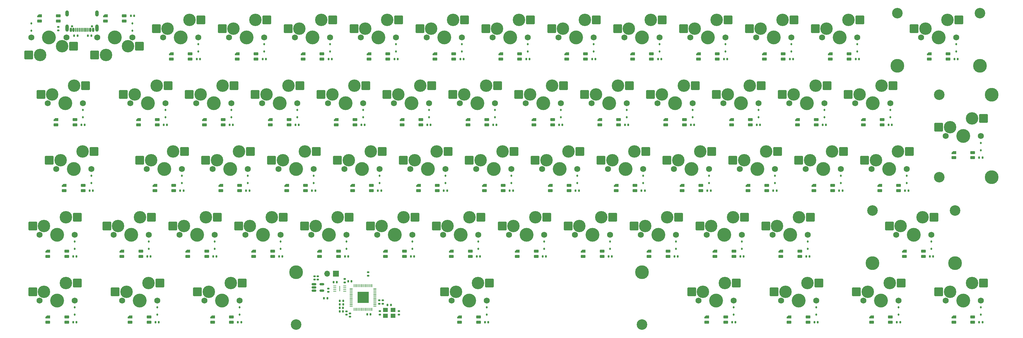
<source format=gbr>
%TF.GenerationSoftware,KiCad,Pcbnew,8.0.3*%
%TF.CreationDate,2024-10-13T01:02:16+08:00*%
%TF.ProjectId,PH60_Rev3,50483630-5f52-4657-9633-2e6b69636164,rev?*%
%TF.SameCoordinates,Original*%
%TF.FileFunction,Soldermask,Bot*%
%TF.FilePolarity,Negative*%
%FSLAX46Y46*%
G04 Gerber Fmt 4.6, Leading zero omitted, Abs format (unit mm)*
G04 Created by KiCad (PCBNEW 8.0.3) date 2024-10-13 01:02:16*
%MOMM*%
%LPD*%
G01*
G04 APERTURE LIST*
G04 Aperture macros list*
%AMRoundRect*
0 Rectangle with rounded corners*
0 $1 Rounding radius*
0 $2 $3 $4 $5 $6 $7 $8 $9 X,Y pos of 4 corners*
0 Add a 4 corners polygon primitive as box body*
4,1,4,$2,$3,$4,$5,$6,$7,$8,$9,$2,$3,0*
0 Add four circle primitives for the rounded corners*
1,1,$1+$1,$2,$3*
1,1,$1+$1,$4,$5*
1,1,$1+$1,$6,$7*
1,1,$1+$1,$8,$9*
0 Add four rect primitives between the rounded corners*
20,1,$1+$1,$2,$3,$4,$5,0*
20,1,$1+$1,$4,$5,$6,$7,0*
20,1,$1+$1,$6,$7,$8,$9,0*
20,1,$1+$1,$8,$9,$2,$3,0*%
%AMFreePoly0*
4,1,18,-0.410000,0.593000,-0.403758,0.624380,-0.385983,0.650983,-0.359380,0.668758,-0.328000,0.675000,0.328000,0.675000,0.359380,0.668758,0.385983,0.650983,0.403758,0.624380,0.410000,0.593000,0.410000,-0.593000,0.403758,-0.624380,0.385983,-0.650983,0.359380,-0.668758,0.328000,-0.675000,0.000000,-0.675000,-0.410000,-0.265000,-0.410000,0.593000,-0.410000,0.593000,$1*%
G04 Aperture macros list end*
%ADD10RoundRect,0.250000X-1.025000X-1.000000X1.025000X-1.000000X1.025000X1.000000X-1.025000X1.000000X0*%
%ADD11C,1.750000*%
%ADD12C,4.000000*%
%ADD13C,3.600000*%
%ADD14RoundRect,0.250000X1.025000X1.000000X-1.025000X1.000000X-1.025000X-1.000000X1.025000X-1.000000X0*%
%ADD15C,3.048000*%
%ADD16C,3.987800*%
%ADD17RoundRect,0.140000X-0.140000X-0.170000X0.140000X-0.170000X0.140000X0.170000X-0.140000X0.170000X0*%
%ADD18RoundRect,0.112500X0.112500X-0.187500X0.112500X0.187500X-0.112500X0.187500X-0.112500X-0.187500X0*%
%ADD19RoundRect,0.082000X-0.593000X0.328000X-0.593000X-0.328000X0.593000X-0.328000X0.593000X0.328000X0*%
%ADD20FreePoly0,270.000000*%
%ADD21RoundRect,0.140000X-0.170000X0.140000X-0.170000X-0.140000X0.170000X-0.140000X0.170000X0.140000X0*%
%ADD22RoundRect,0.140000X0.140000X0.170000X-0.140000X0.170000X-0.140000X-0.170000X0.140000X-0.170000X0*%
%ADD23RoundRect,0.140000X0.170000X-0.140000X0.170000X0.140000X-0.170000X0.140000X-0.170000X-0.140000X0*%
%ADD24RoundRect,0.050000X-0.050000X0.387500X-0.050000X-0.387500X0.050000X-0.387500X0.050000X0.387500X0*%
%ADD25RoundRect,0.050000X-0.387500X0.050000X-0.387500X-0.050000X0.387500X-0.050000X0.387500X0.050000X0*%
%ADD26R,3.200000X3.200000*%
%ADD27RoundRect,0.135000X-0.135000X-0.185000X0.135000X-0.185000X0.135000X0.185000X-0.135000X0.185000X0*%
%ADD28RoundRect,0.112500X-0.112500X0.187500X-0.112500X-0.187500X0.112500X-0.187500X0.112500X0.187500X0*%
%ADD29RoundRect,0.135000X0.135000X0.185000X-0.135000X0.185000X-0.135000X-0.185000X0.135000X-0.185000X0*%
%ADD30R,1.700000X1.700000*%
%ADD31O,1.700000X1.700000*%
%ADD32RoundRect,0.062500X0.387500X0.062500X-0.387500X0.062500X-0.387500X-0.062500X0.387500X-0.062500X0*%
%ADD33R,0.200000X1.600000*%
%ADD34RoundRect,0.135000X-0.185000X0.135000X-0.185000X-0.135000X0.185000X-0.135000X0.185000X0.135000X0*%
%ADD35C,0.650000*%
%ADD36RoundRect,0.150000X-0.150000X-0.425000X0.150000X-0.425000X0.150000X0.425000X-0.150000X0.425000X0*%
%ADD37RoundRect,0.075000X-0.075000X-0.500000X0.075000X-0.500000X0.075000X0.500000X-0.075000X0.500000X0*%
%ADD38O,1.000000X1.800000*%
%ADD39O,1.000000X2.100000*%
%ADD40RoundRect,0.150000X-0.512500X-0.150000X0.512500X-0.150000X0.512500X0.150000X-0.512500X0.150000X0*%
%ADD41R,1.400000X1.200000*%
G04 APERTURE END LIST*
D10*
%TO.C,S30*%
X64352500Y-73660000D03*
D11*
X66357500Y-76200000D03*
D12*
X71437500Y-76200000D03*
D11*
X76517500Y-76200000D03*
D10*
X77279500Y-71120000D03*
D13*
X67627500Y-73660000D03*
X73977500Y-71120000D03*
%TD*%
D10*
%TO.C,S27*%
X269140000Y-54610000D03*
D11*
X271145000Y-57150000D03*
D12*
X276225000Y-57150000D03*
D11*
X281305000Y-57150000D03*
D10*
X282067000Y-52070000D03*
D13*
X272415000Y-54610000D03*
X278765000Y-52070000D03*
%TD*%
D10*
%TO.C,S42*%
X33396250Y-92710000D03*
D11*
X35401250Y-95250000D03*
D12*
X40481250Y-95250000D03*
D11*
X45561250Y-95250000D03*
D10*
X46323250Y-90170000D03*
D13*
X36671250Y-92710000D03*
X43021250Y-90170000D03*
%TD*%
D10*
%TO.C,S32*%
X102452500Y-73660000D03*
D11*
X104457500Y-76200000D03*
D12*
X109537500Y-76200000D03*
D11*
X114617500Y-76200000D03*
D10*
X115379500Y-71120000D03*
D13*
X105727500Y-73660000D03*
X112077500Y-71120000D03*
%TD*%
D10*
%TO.C,S38*%
X216752500Y-73660000D03*
D11*
X218757500Y-76200000D03*
D12*
X223837500Y-76200000D03*
D11*
X228917500Y-76200000D03*
D10*
X229679500Y-71120000D03*
D13*
X220027500Y-73660000D03*
X226377500Y-71120000D03*
%TD*%
D10*
%TO.C,S35*%
X159602500Y-73660000D03*
D11*
X161607500Y-76200000D03*
D12*
X166687500Y-76200000D03*
D11*
X171767500Y-76200000D03*
D10*
X172529500Y-71120000D03*
D13*
X162877500Y-73660000D03*
X169227500Y-71120000D03*
%TD*%
D10*
%TO.C,S4*%
X88165000Y-35560000D03*
D11*
X90170000Y-38100000D03*
D12*
X95250000Y-38100000D03*
D11*
X100330000Y-38100000D03*
D10*
X101092000Y-33020000D03*
D13*
X91440000Y-35560000D03*
X97790000Y-33020000D03*
%TD*%
D14*
%TO.C,S2*%
X64235000Y-40640000D03*
D11*
X62230000Y-38100000D03*
D12*
X57150000Y-38100000D03*
D11*
X52070000Y-38100000D03*
D14*
X51308000Y-43180000D03*
D13*
X60960000Y-40640000D03*
X54610000Y-43180000D03*
%TD*%
D10*
%TO.C,S22*%
X173890000Y-54610000D03*
D11*
X175895000Y-57150000D03*
D12*
X180975000Y-57150000D03*
D11*
X186055000Y-57150000D03*
D10*
X186817000Y-52070000D03*
D13*
X177165000Y-54610000D03*
X183515000Y-52070000D03*
%TD*%
D10*
%TO.C,S28*%
X295333750Y-64135000D03*
D11*
X297338750Y-66675000D03*
D12*
X302418750Y-66675000D03*
D11*
X307498750Y-66675000D03*
D10*
X308260750Y-61595000D03*
D13*
X298608750Y-64135000D03*
X304958750Y-61595000D03*
%TD*%
D10*
%TO.C,S46*%
X111977500Y-92710000D03*
D11*
X113982500Y-95250000D03*
D12*
X119062500Y-95250000D03*
D11*
X124142500Y-95250000D03*
D10*
X124904500Y-90170000D03*
D13*
X115252500Y-92710000D03*
X121602500Y-90170000D03*
%TD*%
D15*
%TO.C,REF\u002A\u002A*%
X295433750Y-78613000D03*
D16*
X310643750Y-78613000D03*
D15*
X295433750Y-54737000D03*
D16*
X310643750Y-54737000D03*
%TD*%
D14*
%TO.C,S1*%
X45185000Y-40640000D03*
D11*
X43180000Y-38100000D03*
D12*
X38100000Y-38100000D03*
D11*
X33020000Y-38100000D03*
D14*
X32258000Y-43180000D03*
D13*
X41910000Y-40640000D03*
X35560000Y-43180000D03*
%TD*%
D10*
%TO.C,S54*%
X281046250Y-92710000D03*
D11*
X283051250Y-95250000D03*
D12*
X288131250Y-95250000D03*
D11*
X293211250Y-95250000D03*
D10*
X293973250Y-90170000D03*
D13*
X284321250Y-92710000D03*
X290671250Y-90170000D03*
%TD*%
D10*
%TO.C,S10*%
X202465000Y-35560000D03*
D11*
X204470000Y-38100000D03*
D12*
X209550000Y-38100000D03*
D11*
X214630000Y-38100000D03*
D10*
X215392000Y-33020000D03*
D13*
X205740000Y-35560000D03*
X212090000Y-33020000D03*
%TD*%
D15*
%TO.C,REF\u002A\u002A*%
X283337000Y-31115000D03*
D16*
X283337000Y-46325000D03*
D15*
X307213000Y-31115000D03*
D16*
X307213000Y-46325000D03*
%TD*%
D10*
%TO.C,S34*%
X140552500Y-73660000D03*
D11*
X142557500Y-76200000D03*
D12*
X147637500Y-76200000D03*
D11*
X152717500Y-76200000D03*
D10*
X153479500Y-71120000D03*
D13*
X143827500Y-73660000D03*
X150177500Y-71120000D03*
%TD*%
D10*
%TO.C,S15*%
X35777500Y-54610000D03*
D11*
X37782500Y-57150000D03*
D12*
X42862500Y-57150000D03*
D11*
X47942500Y-57150000D03*
D10*
X48704500Y-52070000D03*
D13*
X39052500Y-54610000D03*
X45402500Y-52070000D03*
%TD*%
D10*
%TO.C,S56*%
X57208750Y-111760000D03*
D11*
X59213750Y-114300000D03*
D12*
X64293750Y-114300000D03*
D11*
X69373750Y-114300000D03*
D10*
X70135750Y-109220000D03*
D13*
X60483750Y-111760000D03*
X66833750Y-109220000D03*
%TD*%
D10*
%TO.C,S20*%
X135790000Y-54610000D03*
D11*
X137795000Y-57150000D03*
D12*
X142875000Y-57150000D03*
D11*
X147955000Y-57150000D03*
D10*
X148717000Y-52070000D03*
D13*
X139065000Y-54610000D03*
X145415000Y-52070000D03*
%TD*%
D10*
%TO.C,S17*%
X78640000Y-54610000D03*
D11*
X80645000Y-57150000D03*
D12*
X85725000Y-57150000D03*
D11*
X90805000Y-57150000D03*
D10*
X91567000Y-52070000D03*
D13*
X81915000Y-54610000D03*
X88265000Y-52070000D03*
%TD*%
D10*
%TO.C,S31*%
X83402500Y-73660000D03*
D11*
X85407500Y-76200000D03*
D12*
X90487500Y-76200000D03*
D11*
X95567500Y-76200000D03*
D10*
X96329500Y-71120000D03*
D13*
X86677500Y-73660000D03*
X93027500Y-71120000D03*
%TD*%
D15*
%TO.C,REF\u002A\u002A*%
X276193250Y-88265000D03*
D16*
X276193250Y-103475000D03*
D15*
X300069250Y-88265000D03*
D16*
X300069250Y-103475000D03*
%TD*%
D10*
%TO.C,S48*%
X150077500Y-92710000D03*
D11*
X152082500Y-95250000D03*
D12*
X157162500Y-95250000D03*
D11*
X162242500Y-95250000D03*
D10*
X163004500Y-90170000D03*
D13*
X153352500Y-92710000D03*
X159702500Y-90170000D03*
%TD*%
D10*
%TO.C,S51*%
X207227500Y-92710000D03*
D11*
X209232500Y-95250000D03*
D12*
X214312500Y-95250000D03*
D11*
X219392500Y-95250000D03*
D10*
X220154500Y-90170000D03*
D13*
X210502500Y-92710000D03*
X216852500Y-90170000D03*
%TD*%
D10*
%TO.C,S23*%
X192940000Y-54610000D03*
D11*
X194945000Y-57150000D03*
D12*
X200025000Y-57150000D03*
D11*
X205105000Y-57150000D03*
D10*
X205867000Y-52070000D03*
D13*
X196215000Y-54610000D03*
X202565000Y-52070000D03*
%TD*%
D10*
%TO.C,S50*%
X188177500Y-92710000D03*
D11*
X190182500Y-95250000D03*
D12*
X195262500Y-95250000D03*
D11*
X200342500Y-95250000D03*
D10*
X201104500Y-90170000D03*
D13*
X191452500Y-92710000D03*
X197802500Y-90170000D03*
%TD*%
D10*
%TO.C,S18*%
X97690000Y-54610000D03*
D11*
X99695000Y-57150000D03*
D12*
X104775000Y-57150000D03*
D11*
X109855000Y-57150000D03*
D10*
X110617000Y-52070000D03*
D13*
X100965000Y-54610000D03*
X107315000Y-52070000D03*
%TD*%
D10*
%TO.C,S33*%
X121502500Y-73660000D03*
D11*
X123507500Y-76200000D03*
D12*
X128587500Y-76200000D03*
D11*
X133667500Y-76200000D03*
D10*
X134429500Y-71120000D03*
D13*
X124777500Y-73660000D03*
X131127500Y-71120000D03*
%TD*%
D10*
%TO.C,S61*%
X271521250Y-111760000D03*
D11*
X273526250Y-114300000D03*
D12*
X278606250Y-114300000D03*
D11*
X283686250Y-114300000D03*
D10*
X284448250Y-109220000D03*
D13*
X274796250Y-111760000D03*
X281146250Y-109220000D03*
%TD*%
D10*
%TO.C,S16*%
X59590000Y-54610000D03*
D11*
X61595000Y-57150000D03*
D12*
X66675000Y-57150000D03*
D11*
X71755000Y-57150000D03*
D10*
X72517000Y-52070000D03*
D13*
X62865000Y-54610000D03*
X69215000Y-52070000D03*
%TD*%
D10*
%TO.C,S60*%
X247708750Y-111760000D03*
D11*
X249713750Y-114300000D03*
D12*
X254793750Y-114300000D03*
D11*
X259873750Y-114300000D03*
D10*
X260635750Y-109220000D03*
D13*
X250983750Y-111760000D03*
X257333750Y-109220000D03*
%TD*%
D10*
%TO.C,S58*%
X152458750Y-111760000D03*
D11*
X154463750Y-114300000D03*
D12*
X159543750Y-114300000D03*
D11*
X164623750Y-114300000D03*
D10*
X165385750Y-109220000D03*
D13*
X155733750Y-111760000D03*
X162083750Y-109220000D03*
%TD*%
D10*
%TO.C,S24*%
X211990000Y-54610000D03*
D11*
X213995000Y-57150000D03*
D12*
X219075000Y-57150000D03*
D11*
X224155000Y-57150000D03*
D10*
X224917000Y-52070000D03*
D13*
X215265000Y-54610000D03*
X221615000Y-52070000D03*
%TD*%
D10*
%TO.C,S29*%
X38158750Y-73660000D03*
D11*
X40163750Y-76200000D03*
D12*
X45243750Y-76200000D03*
D11*
X50323750Y-76200000D03*
D10*
X51085750Y-71120000D03*
D13*
X41433750Y-73660000D03*
X47783750Y-71120000D03*
%TD*%
D10*
%TO.C,S37*%
X197702500Y-73660000D03*
D11*
X199707500Y-76200000D03*
D12*
X204787500Y-76200000D03*
D11*
X209867500Y-76200000D03*
D10*
X210629500Y-71120000D03*
D13*
X200977500Y-73660000D03*
X207327500Y-71120000D03*
%TD*%
D10*
%TO.C,S43*%
X54827500Y-92710000D03*
D11*
X56832500Y-95250000D03*
D12*
X61912500Y-95250000D03*
D11*
X66992500Y-95250000D03*
D10*
X67754500Y-90170000D03*
D13*
X58102500Y-92710000D03*
X64452500Y-90170000D03*
%TD*%
D10*
%TO.C,S3*%
X69115000Y-35560000D03*
D11*
X71120000Y-38100000D03*
D12*
X76200000Y-38100000D03*
D11*
X81280000Y-38100000D03*
D10*
X82042000Y-33020000D03*
D13*
X72390000Y-35560000D03*
X78740000Y-33020000D03*
%TD*%
D10*
%TO.C,S36*%
X178652500Y-73660000D03*
D11*
X180657500Y-76200000D03*
D12*
X185737500Y-76200000D03*
D11*
X190817500Y-76200000D03*
D10*
X191579500Y-71120000D03*
D13*
X181927500Y-73660000D03*
X188277500Y-71120000D03*
%TD*%
D10*
%TO.C,S6*%
X126265000Y-35560000D03*
D11*
X128270000Y-38100000D03*
D12*
X133350000Y-38100000D03*
D11*
X138430000Y-38100000D03*
D10*
X139192000Y-33020000D03*
D13*
X129540000Y-35560000D03*
X135890000Y-33020000D03*
%TD*%
D10*
%TO.C,S55*%
X33396250Y-111760000D03*
D11*
X35401250Y-114300000D03*
D12*
X40481250Y-114300000D03*
D11*
X45561250Y-114300000D03*
D10*
X46323250Y-109220000D03*
D13*
X36671250Y-111760000D03*
X43021250Y-109220000D03*
%TD*%
D10*
%TO.C,S25*%
X231040000Y-54610000D03*
D11*
X233045000Y-57150000D03*
D12*
X238125000Y-57150000D03*
D11*
X243205000Y-57150000D03*
D10*
X243967000Y-52070000D03*
D13*
X234315000Y-54610000D03*
X240665000Y-52070000D03*
%TD*%
D10*
%TO.C,S9*%
X183415000Y-35560000D03*
D11*
X185420000Y-38100000D03*
D12*
X190500000Y-38100000D03*
D11*
X195580000Y-38100000D03*
D10*
X196342000Y-33020000D03*
D13*
X186690000Y-35560000D03*
X193040000Y-33020000D03*
%TD*%
D10*
%TO.C,S26*%
X250090000Y-54610000D03*
D11*
X252095000Y-57150000D03*
D12*
X257175000Y-57150000D03*
D11*
X262255000Y-57150000D03*
D10*
X263017000Y-52070000D03*
D13*
X253365000Y-54610000D03*
X259715000Y-52070000D03*
%TD*%
D10*
%TO.C,S11*%
X221515000Y-35560000D03*
D11*
X223520000Y-38100000D03*
D12*
X228600000Y-38100000D03*
D11*
X233680000Y-38100000D03*
D10*
X234442000Y-33020000D03*
D13*
X224790000Y-35560000D03*
X231140000Y-33020000D03*
%TD*%
D10*
%TO.C,S59*%
X223896250Y-111760000D03*
D11*
X225901250Y-114300000D03*
D12*
X230981250Y-114300000D03*
D11*
X236061250Y-114300000D03*
D10*
X236823250Y-109220000D03*
D13*
X227171250Y-111760000D03*
X233521250Y-109220000D03*
%TD*%
D10*
%TO.C,S53*%
X245327500Y-92710000D03*
D11*
X247332500Y-95250000D03*
D12*
X252412500Y-95250000D03*
D11*
X257492500Y-95250000D03*
D10*
X258254500Y-90170000D03*
D13*
X248602500Y-92710000D03*
X254952500Y-90170000D03*
%TD*%
D10*
%TO.C,S12*%
X240565000Y-35560000D03*
D11*
X242570000Y-38100000D03*
D12*
X247650000Y-38100000D03*
D11*
X252730000Y-38100000D03*
D10*
X253492000Y-33020000D03*
D13*
X243840000Y-35560000D03*
X250190000Y-33020000D03*
%TD*%
D10*
%TO.C,S57*%
X81021250Y-111760000D03*
D11*
X83026250Y-114300000D03*
D12*
X88106250Y-114300000D03*
D11*
X93186250Y-114300000D03*
D10*
X93948250Y-109220000D03*
D13*
X84296250Y-111760000D03*
X90646250Y-109220000D03*
%TD*%
D10*
%TO.C,S8*%
X164365000Y-35560000D03*
D11*
X166370000Y-38100000D03*
D12*
X171450000Y-38100000D03*
D11*
X176530000Y-38100000D03*
D10*
X177292000Y-33020000D03*
D13*
X167640000Y-35560000D03*
X173990000Y-33020000D03*
%TD*%
D10*
%TO.C,S13*%
X259615000Y-35560000D03*
D11*
X261620000Y-38100000D03*
D12*
X266700000Y-38100000D03*
D11*
X271780000Y-38100000D03*
D10*
X272542000Y-33020000D03*
D13*
X262890000Y-35560000D03*
X269240000Y-33020000D03*
%TD*%
D10*
%TO.C,S14*%
X288190000Y-35560000D03*
D11*
X290195000Y-38100000D03*
D12*
X295275000Y-38100000D03*
D11*
X300355000Y-38100000D03*
D10*
X301117000Y-33020000D03*
D13*
X291465000Y-35560000D03*
X297815000Y-33020000D03*
%TD*%
D10*
%TO.C,S21*%
X154840000Y-54610000D03*
D11*
X156845000Y-57150000D03*
D12*
X161925000Y-57150000D03*
D11*
X167005000Y-57150000D03*
D10*
X167767000Y-52070000D03*
D13*
X158115000Y-54610000D03*
X164465000Y-52070000D03*
%TD*%
D10*
%TO.C,S19*%
X116740000Y-54610000D03*
D11*
X118745000Y-57150000D03*
D12*
X123825000Y-57150000D03*
D11*
X128905000Y-57150000D03*
D10*
X129667000Y-52070000D03*
D13*
X120015000Y-54610000D03*
X126365000Y-52070000D03*
%TD*%
D15*
%TO.C,REF\u002A\u002A*%
X209543750Y-121285000D03*
D16*
X209543750Y-106075000D03*
D15*
X109543750Y-121285000D03*
D16*
X109543750Y-106075000D03*
%TD*%
D10*
%TO.C,S5*%
X107215000Y-35560000D03*
D11*
X109220000Y-38100000D03*
D12*
X114300000Y-38100000D03*
D11*
X119380000Y-38100000D03*
D10*
X120142000Y-33020000D03*
D13*
X110490000Y-35560000D03*
X116840000Y-33020000D03*
%TD*%
D10*
%TO.C,S45*%
X92927500Y-92710000D03*
D11*
X94932500Y-95250000D03*
D12*
X100012500Y-95250000D03*
D11*
X105092500Y-95250000D03*
D10*
X105854500Y-90170000D03*
D13*
X96202500Y-92710000D03*
X102552500Y-90170000D03*
%TD*%
D10*
%TO.C,S62*%
X295333750Y-111760000D03*
D11*
X297338750Y-114300000D03*
D12*
X302418750Y-114300000D03*
D11*
X307498750Y-114300000D03*
D10*
X308260750Y-109220000D03*
D13*
X298608750Y-111760000D03*
X304958750Y-109220000D03*
%TD*%
D10*
%TO.C,S52*%
X226277500Y-92710000D03*
D11*
X228282500Y-95250000D03*
D12*
X233362500Y-95250000D03*
D11*
X238442500Y-95250000D03*
D10*
X239204500Y-90170000D03*
D13*
X229552500Y-92710000D03*
X235902500Y-90170000D03*
%TD*%
D10*
%TO.C,S7*%
X145315000Y-35560000D03*
D11*
X147320000Y-38100000D03*
D12*
X152400000Y-38100000D03*
D11*
X157480000Y-38100000D03*
D10*
X158242000Y-33020000D03*
D13*
X148590000Y-35560000D03*
X154940000Y-33020000D03*
%TD*%
D10*
%TO.C,S41*%
X273902500Y-73660000D03*
D11*
X275907500Y-76200000D03*
D12*
X280987500Y-76200000D03*
D11*
X286067500Y-76200000D03*
D10*
X286829500Y-71120000D03*
D13*
X277177500Y-73660000D03*
X283527500Y-71120000D03*
%TD*%
D10*
%TO.C,S49*%
X169127500Y-92710000D03*
D11*
X171132500Y-95250000D03*
D12*
X176212500Y-95250000D03*
D11*
X181292500Y-95250000D03*
D10*
X182054500Y-90170000D03*
D13*
X172402500Y-92710000D03*
X178752500Y-90170000D03*
%TD*%
D10*
%TO.C,S44*%
X73877500Y-92710000D03*
D11*
X75882500Y-95250000D03*
D12*
X80962500Y-95250000D03*
D11*
X86042500Y-95250000D03*
D10*
X86804500Y-90170000D03*
D13*
X77152500Y-92710000D03*
X83502500Y-90170000D03*
%TD*%
D10*
%TO.C,S39*%
X235802500Y-73660000D03*
D11*
X237807500Y-76200000D03*
D12*
X242887500Y-76200000D03*
D11*
X247967500Y-76200000D03*
D10*
X248729500Y-71120000D03*
D13*
X239077500Y-73660000D03*
X245427500Y-71120000D03*
%TD*%
D10*
%TO.C,S40*%
X254852500Y-73660000D03*
D11*
X256857500Y-76200000D03*
D12*
X261937500Y-76200000D03*
D11*
X267017500Y-76200000D03*
D10*
X267779500Y-71120000D03*
D13*
X258127500Y-73660000D03*
X264477500Y-71120000D03*
%TD*%
D10*
%TO.C,S47*%
X131027500Y-92710000D03*
D11*
X133032500Y-95250000D03*
D12*
X138112500Y-95250000D03*
D11*
X143192500Y-95250000D03*
D10*
X143954500Y-90170000D03*
D13*
X134302500Y-92710000D03*
X140652500Y-90170000D03*
%TD*%
D17*
%TO.C,RGBC15*%
X47462500Y-63400000D03*
X48422500Y-63400000D03*
%TD*%
D18*
%TO.C,D21*%
X167005000Y-61230000D03*
X167005000Y-59130000D03*
%TD*%
D17*
%TO.C,RGBC49*%
X180812500Y-101500000D03*
X181772500Y-101500000D03*
%TD*%
%TO.C,RGBC28*%
X307018750Y-72925000D03*
X307978750Y-72925000D03*
%TD*%
D19*
%TO.C,RGB20*%
X145600000Y-63400000D03*
X145600000Y-61900000D03*
D20*
X140150000Y-61900000D03*
D19*
X140150000Y-63400000D03*
%TD*%
D21*
%TO.C,C13*%
X125087500Y-118020000D03*
X125087500Y-118980000D03*
%TD*%
%TO.C,C3*%
X133737500Y-117370000D03*
X133737500Y-118330000D03*
%TD*%
D18*
%TO.C,D46*%
X124142500Y-99330000D03*
X124142500Y-97230000D03*
%TD*%
D17*
%TO.C,RGBC58*%
X164143750Y-120550000D03*
X165103750Y-120550000D03*
%TD*%
%TO.C,RGBC14*%
X299875000Y-44350000D03*
X300835000Y-44350000D03*
%TD*%
D18*
%TO.C,D55*%
X45561250Y-118380000D03*
X45561250Y-116280000D03*
%TD*%
D19*
%TO.C,RGB58*%
X162268750Y-120550000D03*
X162268750Y-119050000D03*
D20*
X156818750Y-119050000D03*
D19*
X156818750Y-120550000D03*
%TD*%
%TO.C,RGB14*%
X298000000Y-44350000D03*
X298000000Y-42850000D03*
D20*
X292550000Y-42850000D03*
D19*
X292550000Y-44350000D03*
%TD*%
D17*
%TO.C,RGBC21*%
X166525000Y-63400000D03*
X167485000Y-63400000D03*
%TD*%
D22*
%TO.C,C8*%
X123121814Y-116400000D03*
X122161814Y-116400000D03*
%TD*%
D21*
%TO.C,C1*%
X114837500Y-107270000D03*
X114837500Y-108230000D03*
%TD*%
D23*
%TO.C,C4*%
X115837500Y-108230000D03*
X115837500Y-107270000D03*
%TD*%
D19*
%TO.C,RGB55*%
X43206250Y-120550000D03*
X43206250Y-119050000D03*
D20*
X37756250Y-119050000D03*
D19*
X37756250Y-120550000D03*
%TD*%
D18*
%TO.C,D7*%
X157480000Y-42180000D03*
X157480000Y-40080000D03*
%TD*%
D24*
%TO.C,U3*%
X126300000Y-109962500D03*
X126700000Y-109962500D03*
X127100000Y-109962500D03*
X127500000Y-109962500D03*
X127900000Y-109962500D03*
X128300000Y-109962500D03*
X128700000Y-109962500D03*
X129100000Y-109962500D03*
X129500000Y-109962500D03*
X129900000Y-109962500D03*
X130300000Y-109962500D03*
X130700000Y-109962500D03*
X131100000Y-109962500D03*
X131500000Y-109962500D03*
D25*
X132337500Y-110800000D03*
X132337500Y-111200000D03*
X132337500Y-111600000D03*
X132337500Y-112000000D03*
X132337500Y-112400000D03*
X132337500Y-112800000D03*
X132337500Y-113200000D03*
X132337500Y-113600000D03*
X132337500Y-114000000D03*
X132337500Y-114400000D03*
X132337500Y-114800000D03*
X132337500Y-115200000D03*
X132337500Y-115600000D03*
X132337500Y-116000000D03*
D24*
X131500000Y-116837500D03*
X131100000Y-116837500D03*
X130700000Y-116837500D03*
X130300000Y-116837500D03*
X129900000Y-116837500D03*
X129500000Y-116837500D03*
X129100000Y-116837500D03*
X128700000Y-116837500D03*
X128300000Y-116837500D03*
X127900000Y-116837500D03*
X127500000Y-116837500D03*
X127100000Y-116837500D03*
X126700000Y-116837500D03*
X126300000Y-116837500D03*
D25*
X125462500Y-116000000D03*
X125462500Y-115600000D03*
X125462500Y-115200000D03*
X125462500Y-114800000D03*
X125462500Y-114400000D03*
X125462500Y-114000000D03*
X125462500Y-113600000D03*
X125462500Y-113200000D03*
X125462500Y-112800000D03*
X125462500Y-112400000D03*
X125462500Y-112000000D03*
X125462500Y-111600000D03*
X125462500Y-111200000D03*
X125462500Y-110800000D03*
D26*
X128900000Y-113400000D03*
%TD*%
D18*
%TO.C,D15*%
X47942500Y-61230000D03*
X47942500Y-59130000D03*
%TD*%
D19*
%TO.C,RGB57*%
X90831250Y-120550000D03*
X90831250Y-119050000D03*
D20*
X85381250Y-119050000D03*
D19*
X85381250Y-120550000D03*
%TD*%
D17*
%TO.C,RGBC62*%
X307018750Y-120550000D03*
X307978750Y-120550000D03*
%TD*%
D19*
%TO.C,RGB38*%
X226562500Y-82450000D03*
X226562500Y-80950000D03*
D20*
X221112500Y-80950000D03*
D19*
X221112500Y-82450000D03*
%TD*%
%TO.C,RGB37*%
X207512500Y-82450000D03*
X207512500Y-80950000D03*
D20*
X202062500Y-80950000D03*
D19*
X202062500Y-82450000D03*
%TD*%
D18*
%TO.C,D43*%
X66992500Y-99330000D03*
X66992500Y-97230000D03*
%TD*%
D17*
%TO.C,RGBC34*%
X152237500Y-82450000D03*
X153197500Y-82450000D03*
%TD*%
D18*
%TO.C,D22*%
X186055000Y-61230000D03*
X186055000Y-59130000D03*
%TD*%
%TO.C,D44*%
X86042500Y-99330000D03*
X86042500Y-97230000D03*
%TD*%
D27*
%TO.C,R5*%
X135977500Y-115600000D03*
X136997500Y-115600000D03*
%TD*%
D19*
%TO.C,RGB52*%
X236087500Y-101500000D03*
X236087500Y-100000000D03*
D20*
X230637500Y-100000000D03*
D19*
X230637500Y-101500000D03*
%TD*%
D17*
%TO.C,RGBC51*%
X218912500Y-101500000D03*
X219872500Y-101500000D03*
%TD*%
D27*
%TO.C,R7*%
X49375000Y-37575000D03*
X50395000Y-37575000D03*
%TD*%
D18*
%TO.C,D58*%
X164623750Y-118380000D03*
X164623750Y-116280000D03*
%TD*%
%TO.C,D20*%
X147955000Y-61230000D03*
X147955000Y-59130000D03*
%TD*%
D19*
%TO.C,RGB3*%
X78925000Y-44350000D03*
X78925000Y-42850000D03*
D20*
X73475000Y-42850000D03*
D19*
X73475000Y-44350000D03*
%TD*%
D17*
%TO.C,RGBC32*%
X114137500Y-82450000D03*
X115097500Y-82450000D03*
%TD*%
D19*
%TO.C,RGB60*%
X257518750Y-120550000D03*
X257518750Y-119050000D03*
D20*
X252068750Y-119050000D03*
D19*
X252068750Y-120550000D03*
%TD*%
D17*
%TO.C,RGBC30*%
X76037500Y-82450000D03*
X76997500Y-82450000D03*
%TD*%
D19*
%TO.C,RGB5*%
X117025000Y-44350000D03*
X117025000Y-42850000D03*
D20*
X111575000Y-42850000D03*
D19*
X111575000Y-44350000D03*
%TD*%
%TO.C,RGB16*%
X69400000Y-63400000D03*
X69400000Y-61900000D03*
D20*
X63950000Y-61900000D03*
D19*
X63950000Y-63400000D03*
%TD*%
D18*
%TO.C,D19*%
X128905000Y-61230000D03*
X128905000Y-59130000D03*
%TD*%
D22*
%TO.C,C16*%
X118567500Y-113600000D03*
X117607500Y-113600000D03*
%TD*%
D18*
%TO.C,D4*%
X100330000Y-42180000D03*
X100330000Y-40080000D03*
%TD*%
%TO.C,D13*%
X271780000Y-42180000D03*
X271780000Y-40080000D03*
%TD*%
%TO.C,D29*%
X50323750Y-80280000D03*
X50323750Y-78180000D03*
%TD*%
D19*
%TO.C,RGB24*%
X221800000Y-63400000D03*
X221800000Y-61900000D03*
D20*
X216350000Y-61900000D03*
D19*
X216350000Y-63400000D03*
%TD*%
D18*
%TO.C,D11*%
X233680000Y-42180000D03*
X233680000Y-40080000D03*
%TD*%
D17*
%TO.C,C5*%
X120357500Y-109000000D03*
X121317500Y-109000000D03*
%TD*%
D19*
%TO.C,RGB18*%
X107500000Y-63400000D03*
X107500000Y-61900000D03*
D20*
X102050000Y-61900000D03*
D19*
X102050000Y-63400000D03*
%TD*%
%TO.C,RGB27*%
X278950000Y-63400000D03*
X278950000Y-61900000D03*
D20*
X273500000Y-61900000D03*
D19*
X273500000Y-63400000D03*
%TD*%
%TO.C,RGB34*%
X150362500Y-82450000D03*
X150362500Y-80950000D03*
D20*
X144912500Y-80950000D03*
D19*
X144912500Y-82450000D03*
%TD*%
D17*
%TO.C,RGBC43*%
X66512500Y-101500000D03*
X67472500Y-101500000D03*
%TD*%
D19*
%TO.C,RGB47*%
X140837500Y-101500000D03*
X140837500Y-100000000D03*
D20*
X135387500Y-100000000D03*
D19*
X135387500Y-101500000D03*
%TD*%
D17*
%TO.C,C9*%
X130107500Y-118250000D03*
X131067500Y-118250000D03*
%TD*%
D28*
%TO.C,D2*%
X62230000Y-34020000D03*
X62230000Y-36120000D03*
%TD*%
D19*
%TO.C,RGB29*%
X47968750Y-82450000D03*
X47968750Y-80950000D03*
D20*
X42518750Y-80950000D03*
D19*
X42518750Y-82450000D03*
%TD*%
%TO.C,RGB7*%
X155125000Y-44350000D03*
X155125000Y-42850000D03*
D20*
X149675000Y-42850000D03*
D19*
X149675000Y-44350000D03*
%TD*%
D18*
%TO.C,D34*%
X152717500Y-80280000D03*
X152717500Y-78180000D03*
%TD*%
D17*
%TO.C,RGBC35*%
X171287500Y-82450000D03*
X172247500Y-82450000D03*
%TD*%
D19*
%TO.C,RGB48*%
X159887500Y-101500000D03*
X159887500Y-100000000D03*
D20*
X154437500Y-100000000D03*
D19*
X154437500Y-101500000D03*
%TD*%
D17*
%TO.C,RGBC42*%
X45081250Y-101500000D03*
X46041250Y-101500000D03*
%TD*%
D18*
%TO.C,D27*%
X281305000Y-61230000D03*
X281305000Y-59130000D03*
%TD*%
D17*
%TO.C,RGBC41*%
X285587500Y-82450000D03*
X286547500Y-82450000D03*
%TD*%
%TO.C,RGBC52*%
X237962500Y-101500000D03*
X238922500Y-101500000D03*
%TD*%
D19*
%TO.C,RGB4*%
X97975000Y-44350000D03*
X97975000Y-42850000D03*
D20*
X92525000Y-42850000D03*
D19*
X92525000Y-44350000D03*
%TD*%
%TO.C,RGB17*%
X88450000Y-63400000D03*
X88450000Y-61900000D03*
D20*
X83000000Y-61900000D03*
D19*
X83000000Y-63400000D03*
%TD*%
%TO.C,RGB9*%
X193225000Y-44350000D03*
X193225000Y-42850000D03*
D20*
X187775000Y-42850000D03*
D19*
X187775000Y-44350000D03*
%TD*%
%TO.C,RGB59*%
X233706250Y-120550000D03*
X233706250Y-119050000D03*
D20*
X228256250Y-119050000D03*
D19*
X228256250Y-120550000D03*
%TD*%
D27*
%TO.C,R3*%
X122131814Y-114400000D03*
X123151814Y-114400000D03*
%TD*%
D18*
%TO.C,D18*%
X109855000Y-61230000D03*
X109855000Y-59130000D03*
%TD*%
%TO.C,D30*%
X76517500Y-80280000D03*
X76517500Y-78180000D03*
%TD*%
D17*
%TO.C,RGBC37*%
X209387500Y-82450000D03*
X210347500Y-82450000D03*
%TD*%
D18*
%TO.C,D57*%
X93186250Y-118380000D03*
X93186250Y-116280000D03*
%TD*%
%TO.C,D45*%
X105092500Y-99330000D03*
X105092500Y-97230000D03*
%TD*%
D19*
%TO.C,RGB35*%
X169412500Y-82450000D03*
X169412500Y-80950000D03*
D20*
X163962500Y-80950000D03*
D19*
X163962500Y-82450000D03*
%TD*%
D17*
%TO.C,RGBC44*%
X85562500Y-101500000D03*
X86522500Y-101500000D03*
%TD*%
D22*
%TO.C,C14*%
X125567500Y-108750000D03*
X124607500Y-108750000D03*
%TD*%
D17*
%TO.C,RGBC27*%
X280825000Y-63400000D03*
X281785000Y-63400000D03*
%TD*%
D22*
%TO.C,C10*%
X123121814Y-117400000D03*
X122161814Y-117400000D03*
%TD*%
D18*
%TO.C,D31*%
X95567500Y-80280000D03*
X95567500Y-78180000D03*
%TD*%
D17*
%TO.C,RGBC3*%
X80800000Y-44350000D03*
X81760000Y-44350000D03*
%TD*%
D18*
%TO.C,D61*%
X283686250Y-118380000D03*
X283686250Y-116280000D03*
%TD*%
D29*
%TO.C,R6*%
X46375000Y-37575000D03*
X45355000Y-37575000D03*
%TD*%
D18*
%TO.C,D16*%
X71755000Y-61230000D03*
X71755000Y-59130000D03*
%TD*%
D17*
%TO.C,RGBC10*%
X214150000Y-44350000D03*
X215110000Y-44350000D03*
%TD*%
D19*
%TO.C,RGB46*%
X121787500Y-101500000D03*
X121787500Y-100000000D03*
D20*
X116337500Y-100000000D03*
D19*
X116337500Y-101500000D03*
%TD*%
D17*
%TO.C,RGBC4*%
X99850000Y-44350000D03*
X100810000Y-44350000D03*
%TD*%
D18*
%TO.C,D6*%
X138430000Y-42180000D03*
X138430000Y-40080000D03*
%TD*%
D17*
%TO.C,RGBC26*%
X261775000Y-63400000D03*
X262735000Y-63400000D03*
%TD*%
D18*
%TO.C,D48*%
X162242500Y-99330000D03*
X162242500Y-97230000D03*
%TD*%
D19*
%TO.C,RGB44*%
X83687500Y-101500000D03*
X83687500Y-100000000D03*
D20*
X78237500Y-100000000D03*
D19*
X78237500Y-101500000D03*
%TD*%
%TO.C,RGB23*%
X202750000Y-63400000D03*
X202750000Y-61900000D03*
D20*
X197300000Y-61900000D03*
D19*
X197300000Y-63400000D03*
%TD*%
%TO.C,RGB50*%
X197987500Y-101500000D03*
X197987500Y-100000000D03*
D20*
X192537500Y-100000000D03*
D19*
X192537500Y-101500000D03*
%TD*%
%TO.C,RGB33*%
X131312500Y-82450000D03*
X131312500Y-80950000D03*
D20*
X125862500Y-80950000D03*
D19*
X125862500Y-82450000D03*
%TD*%
D30*
%TO.C,J2*%
X121087500Y-106500000D03*
D31*
X118547500Y-106500000D03*
%TD*%
D19*
%TO.C,RGB26*%
X259900000Y-63400000D03*
X259900000Y-61900000D03*
D20*
X254450000Y-61900000D03*
D19*
X254450000Y-63400000D03*
%TD*%
D17*
%TO.C,RGBC13*%
X271300000Y-44350000D03*
X272260000Y-44350000D03*
%TD*%
%TO.C,RGBC16*%
X71275000Y-63400000D03*
X72235000Y-63400000D03*
%TD*%
D18*
%TO.C,D24*%
X224155000Y-61230000D03*
X224155000Y-59130000D03*
%TD*%
D23*
%TO.C,C2*%
X139237500Y-118330000D03*
X139237500Y-117370000D03*
%TD*%
D17*
%TO.C,RGBC17*%
X90325000Y-63400000D03*
X91285000Y-63400000D03*
%TD*%
%TO.C,RGBC8*%
X176050000Y-44350000D03*
X177010000Y-44350000D03*
%TD*%
%TO.C,RGBC53*%
X257012500Y-101500000D03*
X257972500Y-101500000D03*
%TD*%
D18*
%TO.C,D35*%
X171767500Y-80280000D03*
X171767500Y-78180000D03*
%TD*%
D19*
%TO.C,RGB61*%
X281331250Y-120550000D03*
X281331250Y-119050000D03*
D20*
X275881250Y-119050000D03*
D19*
X275881250Y-120550000D03*
%TD*%
D17*
%TO.C,RGBC59*%
X235581250Y-120550000D03*
X236541250Y-120550000D03*
%TD*%
D18*
%TO.C,D38*%
X228917500Y-80280000D03*
X228917500Y-78180000D03*
%TD*%
D17*
%TO.C,RGBC5*%
X118900000Y-44350000D03*
X119860000Y-44350000D03*
%TD*%
D19*
%TO.C,RGB62*%
X305143750Y-120550000D03*
X305143750Y-119050000D03*
D20*
X299693750Y-119050000D03*
D19*
X299693750Y-120550000D03*
%TD*%
%TO.C,RGB49*%
X178937500Y-101500000D03*
X178937500Y-100000000D03*
D20*
X173487500Y-100000000D03*
D19*
X173487500Y-101500000D03*
%TD*%
D17*
%TO.C,RGBC60*%
X259393750Y-120550000D03*
X260353750Y-120550000D03*
%TD*%
D21*
%TO.C,C12*%
X134587500Y-114250000D03*
X134587500Y-115210000D03*
%TD*%
D19*
%TO.C,RGB28*%
X305143750Y-72925000D03*
X305143750Y-71425000D03*
D20*
X299693750Y-71425000D03*
D19*
X299693750Y-72925000D03*
%TD*%
D17*
%TO.C,RGBC22*%
X185575000Y-63400000D03*
X186535000Y-63400000D03*
%TD*%
D18*
%TO.C,D62*%
X307498750Y-118380000D03*
X307498750Y-116280000D03*
%TD*%
D19*
%TO.C,RGB13*%
X269425000Y-44350000D03*
X269425000Y-42850000D03*
D20*
X263975000Y-42850000D03*
D19*
X263975000Y-44350000D03*
%TD*%
%TO.C,RGB12*%
X250375000Y-44350000D03*
X250375000Y-42850000D03*
D20*
X244925000Y-42850000D03*
D19*
X244925000Y-44350000D03*
%TD*%
D21*
%TO.C,C11*%
X124087500Y-117400000D03*
X124087500Y-118360000D03*
%TD*%
D17*
%TO.C,RGBC18*%
X109375000Y-63400000D03*
X110335000Y-63400000D03*
%TD*%
%TO.C,RGBC7*%
X157000000Y-44350000D03*
X157960000Y-44350000D03*
%TD*%
D19*
%TO.C,RGB54*%
X290856250Y-101500000D03*
X290856250Y-100000000D03*
D20*
X285406250Y-100000000D03*
D19*
X285406250Y-101500000D03*
%TD*%
%TO.C,RGB41*%
X283712500Y-82450000D03*
X283712500Y-80950000D03*
D20*
X278262500Y-80950000D03*
D19*
X278262500Y-82450000D03*
%TD*%
%TO.C,RGB2*%
X59875000Y-33350000D03*
X59875000Y-31850000D03*
D20*
X54425000Y-31850000D03*
D19*
X54425000Y-33350000D03*
%TD*%
D17*
%TO.C,RGBC50*%
X199862500Y-101500000D03*
X200822500Y-101500000D03*
%TD*%
D19*
%TO.C,RGB43*%
X64637500Y-101500000D03*
X64637500Y-100000000D03*
D20*
X59187500Y-100000000D03*
D19*
X59187500Y-101500000D03*
%TD*%
D17*
%TO.C,RGBC25*%
X242725000Y-63400000D03*
X243685000Y-63400000D03*
%TD*%
D19*
%TO.C,RGB1*%
X40825000Y-33350000D03*
X40825000Y-31850000D03*
D20*
X35375000Y-31850000D03*
D19*
X35375000Y-33350000D03*
%TD*%
D18*
%TO.C,D56*%
X69373750Y-118380000D03*
X69373750Y-116280000D03*
%TD*%
D23*
%TO.C,C15*%
X130325000Y-107075000D03*
X130325000Y-106115000D03*
%TD*%
D17*
%TO.C,RGBC29*%
X49843750Y-82450000D03*
X50803750Y-82450000D03*
%TD*%
D18*
%TO.C,D49*%
X181292500Y-99330000D03*
X181292500Y-97230000D03*
%TD*%
D19*
%TO.C,RGB40*%
X264662500Y-82450000D03*
X264662500Y-80950000D03*
D20*
X259212500Y-80950000D03*
D19*
X259212500Y-82450000D03*
%TD*%
%TO.C,RGB22*%
X183700000Y-63400000D03*
X183700000Y-61900000D03*
D20*
X178250000Y-61900000D03*
D19*
X178250000Y-63400000D03*
%TD*%
D18*
%TO.C,D59*%
X236061250Y-118380000D03*
X236061250Y-116280000D03*
%TD*%
D17*
%TO.C,RGBC2*%
X61750000Y-31850000D03*
X62710000Y-31850000D03*
%TD*%
%TO.C,RGBC57*%
X92706250Y-120550000D03*
X93666250Y-120550000D03*
%TD*%
D27*
%TO.C,R4*%
X122131814Y-115400000D03*
X123151814Y-115400000D03*
%TD*%
D19*
%TO.C,RGB6*%
X136075000Y-44350000D03*
X136075000Y-42850000D03*
D20*
X130625000Y-42850000D03*
D19*
X130625000Y-44350000D03*
%TD*%
D18*
%TO.C,D54*%
X293211250Y-99330000D03*
X293211250Y-97230000D03*
%TD*%
%TO.C,D17*%
X90805000Y-61230000D03*
X90805000Y-59130000D03*
%TD*%
D19*
%TO.C,RGB53*%
X255137500Y-101500000D03*
X255137500Y-100000000D03*
D20*
X249687500Y-100000000D03*
D19*
X249687500Y-101500000D03*
%TD*%
D17*
%TO.C,RGBC54*%
X292731250Y-101500000D03*
X293691250Y-101500000D03*
%TD*%
D18*
%TO.C,D60*%
X259873750Y-118380000D03*
X259873750Y-116280000D03*
%TD*%
D32*
%TO.C,U2*%
X123562500Y-110075000D03*
X123562500Y-110575000D03*
X123562500Y-111075000D03*
X123562500Y-111575000D03*
X120712500Y-111575000D03*
X120712500Y-111075000D03*
X120712500Y-110575000D03*
X120712500Y-110075000D03*
D33*
X122137500Y-110825000D03*
%TD*%
D19*
%TO.C,RGB45*%
X102737500Y-101500000D03*
X102737500Y-100000000D03*
D20*
X97287500Y-100000000D03*
D19*
X97287500Y-101500000D03*
%TD*%
D17*
%TO.C,RGBC33*%
X133187500Y-82450000D03*
X134147500Y-82450000D03*
%TD*%
D34*
%TO.C,R1*%
X123562500Y-108000000D03*
X123562500Y-109020000D03*
%TD*%
D35*
%TO.C,J1*%
X44735000Y-34855000D03*
X50515000Y-34855000D03*
D36*
X44425000Y-35930000D03*
X45225000Y-35930000D03*
D37*
X46375000Y-35930000D03*
X47375000Y-35930000D03*
X47875000Y-35930000D03*
X48875000Y-35930000D03*
D36*
X50025000Y-35930000D03*
X50825000Y-35930000D03*
X50825000Y-35930000D03*
X50025000Y-35930000D03*
D37*
X49375000Y-35930000D03*
X48375000Y-35930000D03*
X46875000Y-35930000D03*
X45875000Y-35930000D03*
D36*
X45225000Y-35930000D03*
X44425000Y-35930000D03*
D38*
X43305000Y-31175000D03*
D39*
X43305000Y-35355000D03*
D38*
X51945000Y-31175000D03*
D39*
X51945000Y-35355000D03*
%TD*%
D17*
%TO.C,RGBC6*%
X137950000Y-44350000D03*
X138910000Y-44350000D03*
%TD*%
D19*
%TO.C,RGB56*%
X67018750Y-120550000D03*
X67018750Y-119050000D03*
D20*
X61568750Y-119050000D03*
D19*
X61568750Y-120550000D03*
%TD*%
D17*
%TO.C,RGBC46*%
X123662500Y-101500000D03*
X124622500Y-101500000D03*
%TD*%
D19*
%TO.C,RGB31*%
X93212500Y-82450000D03*
X93212500Y-80950000D03*
D20*
X87762500Y-80950000D03*
D19*
X87762500Y-82450000D03*
%TD*%
D23*
%TO.C,C7*%
X118837500Y-111795758D03*
X118837500Y-110835758D03*
%TD*%
D17*
%TO.C,RGBC45*%
X104612500Y-101500000D03*
X105572500Y-101500000D03*
%TD*%
D18*
%TO.C,D26*%
X262255000Y-61230000D03*
X262255000Y-59130000D03*
%TD*%
D17*
%TO.C,RGBC11*%
X233200000Y-44350000D03*
X234160000Y-44350000D03*
%TD*%
D40*
%TO.C,U1*%
X114700000Y-111450000D03*
X114700000Y-110500000D03*
X114700000Y-109550000D03*
X116975000Y-109550000D03*
X116975000Y-111450000D03*
%TD*%
D19*
%TO.C,RGB25*%
X240850000Y-63400000D03*
X240850000Y-61900000D03*
D20*
X235400000Y-61900000D03*
D19*
X235400000Y-63400000D03*
%TD*%
D17*
%TO.C,RGBC38*%
X228437500Y-82450000D03*
X229397500Y-82450000D03*
%TD*%
%TO.C,RGBC20*%
X147475000Y-63400000D03*
X148435000Y-63400000D03*
%TD*%
D18*
%TO.C,D5*%
X119380000Y-42180000D03*
X119380000Y-40080000D03*
%TD*%
D19*
%TO.C,RGB10*%
X212275000Y-44350000D03*
X212275000Y-42850000D03*
D20*
X206825000Y-42850000D03*
D19*
X206825000Y-44350000D03*
%TD*%
D18*
%TO.C,D12*%
X252730000Y-42180000D03*
X252730000Y-40080000D03*
%TD*%
D21*
%TO.C,RGBC1*%
X40825000Y-35095000D03*
X40825000Y-36055000D03*
%TD*%
D19*
%TO.C,RGB51*%
X217037500Y-101500000D03*
X217037500Y-100000000D03*
D20*
X211587500Y-100000000D03*
D19*
X211587500Y-101500000D03*
%TD*%
D18*
%TO.C,D9*%
X195580000Y-42180000D03*
X195580000Y-40080000D03*
%TD*%
D17*
%TO.C,RGBC39*%
X247487500Y-82450000D03*
X248447500Y-82450000D03*
%TD*%
D19*
%TO.C,RGB8*%
X174175000Y-44350000D03*
X174175000Y-42850000D03*
D20*
X168725000Y-42850000D03*
D19*
X168725000Y-44350000D03*
%TD*%
D18*
%TO.C,D25*%
X243205000Y-61230000D03*
X243205000Y-59130000D03*
%TD*%
D17*
%TO.C,RGBC31*%
X95087500Y-82450000D03*
X96047500Y-82450000D03*
%TD*%
%TO.C,RGBC19*%
X128425000Y-63400000D03*
X129385000Y-63400000D03*
%TD*%
D21*
%TO.C,C6*%
X133587500Y-114250000D03*
X133587500Y-115210000D03*
%TD*%
D17*
%TO.C,RGBC9*%
X195100000Y-44350000D03*
X196060000Y-44350000D03*
%TD*%
%TO.C,RGBC47*%
X142712500Y-101500000D03*
X143672500Y-101500000D03*
%TD*%
D18*
%TO.C,D53*%
X257492500Y-99330000D03*
X257492500Y-97230000D03*
%TD*%
%TO.C,D23*%
X205105000Y-61230000D03*
X205105000Y-59130000D03*
%TD*%
%TO.C,D28*%
X307498750Y-70755000D03*
X307498750Y-68655000D03*
%TD*%
D41*
%TO.C,Y1*%
X135387500Y-117000000D03*
X137587500Y-117000000D03*
X137587500Y-118700000D03*
X135387500Y-118700000D03*
%TD*%
D19*
%TO.C,RGB15*%
X45587500Y-63400000D03*
X45587500Y-61900000D03*
D20*
X40137500Y-61900000D03*
D19*
X40137500Y-63400000D03*
%TD*%
%TO.C,RGB11*%
X231325000Y-44350000D03*
X231325000Y-42850000D03*
D20*
X225875000Y-42850000D03*
D19*
X225875000Y-44350000D03*
%TD*%
D18*
%TO.C,D32*%
X114617500Y-80280000D03*
X114617500Y-78180000D03*
%TD*%
D17*
%TO.C,RGBC48*%
X161762500Y-101500000D03*
X162722500Y-101500000D03*
%TD*%
%TO.C,RGBC55*%
X45081250Y-120550000D03*
X46041250Y-120550000D03*
%TD*%
D19*
%TO.C,RGB32*%
X112262500Y-82450000D03*
X112262500Y-80950000D03*
D20*
X106812500Y-80950000D03*
D19*
X106812500Y-82450000D03*
%TD*%
D18*
%TO.C,D3*%
X81280000Y-42180000D03*
X81280000Y-40080000D03*
%TD*%
D19*
%TO.C,RGB19*%
X126550000Y-63400000D03*
X126550000Y-61900000D03*
D20*
X121100000Y-61900000D03*
D19*
X121100000Y-63400000D03*
%TD*%
D17*
%TO.C,RGBC12*%
X252250000Y-44350000D03*
X253210000Y-44350000D03*
%TD*%
D18*
%TO.C,D42*%
X45561250Y-99330000D03*
X45561250Y-97230000D03*
%TD*%
%TO.C,D36*%
X190817500Y-80280000D03*
X190817500Y-78180000D03*
%TD*%
%TO.C,D33*%
X133667500Y-80280000D03*
X133667500Y-78180000D03*
%TD*%
D19*
%TO.C,RGB30*%
X74162500Y-82450000D03*
X74162500Y-80950000D03*
D20*
X68712500Y-80950000D03*
D19*
X68712500Y-82450000D03*
%TD*%
D17*
%TO.C,RGBC61*%
X283206250Y-120550000D03*
X284166250Y-120550000D03*
%TD*%
D18*
%TO.C,D10*%
X214630000Y-42180000D03*
X214630000Y-40080000D03*
%TD*%
D19*
%TO.C,RGB42*%
X43206250Y-101500000D03*
X43206250Y-100000000D03*
D20*
X37756250Y-100000000D03*
D19*
X37756250Y-101500000D03*
%TD*%
D28*
%TO.C,D1*%
X33020000Y-34020000D03*
X33020000Y-36120000D03*
%TD*%
D19*
%TO.C,RGB39*%
X245612500Y-82450000D03*
X245612500Y-80950000D03*
D20*
X240162500Y-80950000D03*
D19*
X240162500Y-82450000D03*
%TD*%
D18*
%TO.C,D39*%
X247967500Y-80280000D03*
X247967500Y-78180000D03*
%TD*%
%TO.C,D14*%
X300355000Y-42180000D03*
X300355000Y-40080000D03*
%TD*%
%TO.C,D51*%
X219392500Y-99330000D03*
X219392500Y-97230000D03*
%TD*%
%TO.C,D41*%
X286067500Y-80280000D03*
X286067500Y-78180000D03*
%TD*%
D17*
%TO.C,RGBC23*%
X204625000Y-63400000D03*
X205585000Y-63400000D03*
%TD*%
D19*
%TO.C,RGB21*%
X164650000Y-63400000D03*
X164650000Y-61900000D03*
D20*
X159200000Y-61900000D03*
D19*
X159200000Y-63400000D03*
%TD*%
D18*
%TO.C,D47*%
X143192500Y-99330000D03*
X143192500Y-97230000D03*
%TD*%
%TO.C,D40*%
X267017500Y-80280000D03*
X267017500Y-78180000D03*
%TD*%
%TO.C,D37*%
X209867500Y-80280000D03*
X209867500Y-78180000D03*
%TD*%
%TO.C,D52*%
X238442500Y-99330000D03*
X238442500Y-97230000D03*
%TD*%
D17*
%TO.C,RGBC56*%
X68893750Y-120550000D03*
X69853750Y-120550000D03*
%TD*%
D18*
%TO.C,D50*%
X200342500Y-99330000D03*
X200342500Y-97230000D03*
%TD*%
D19*
%TO.C,RGB36*%
X188462500Y-82450000D03*
X188462500Y-80950000D03*
D20*
X183012500Y-80950000D03*
D19*
X183012500Y-82450000D03*
%TD*%
D17*
%TO.C,RGBC40*%
X266537500Y-82450000D03*
X267497500Y-82450000D03*
%TD*%
%TO.C,RGBC36*%
X190337500Y-82450000D03*
X191297500Y-82450000D03*
%TD*%
D18*
%TO.C,D8*%
X176530000Y-42180000D03*
X176530000Y-40080000D03*
%TD*%
D17*
%TO.C,RGBC24*%
X223675000Y-63400000D03*
X224635000Y-63400000D03*
%TD*%
M02*

</source>
